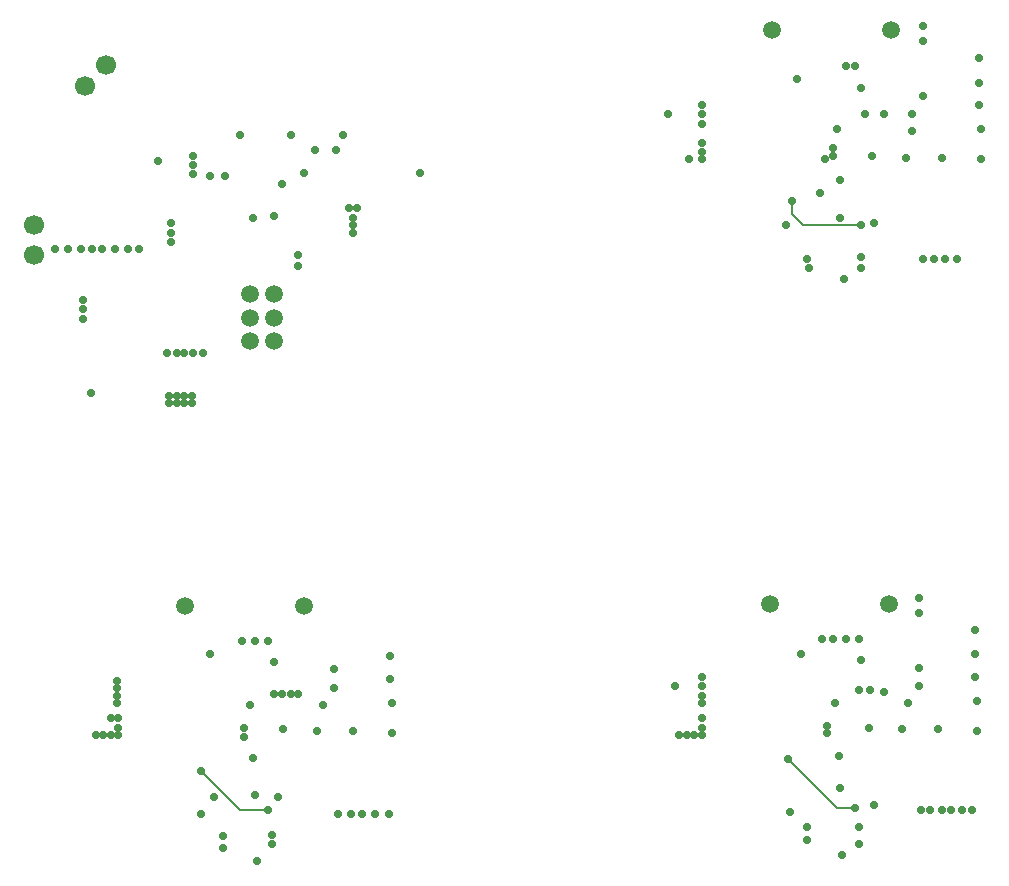
<source format=gbr>
G04 DipTrace 2.4.0.2*
%IN5V.gbr*%
%MOMM*%
%ADD15C,0.152*%
%ADD20C,0.7*%
%ADD28C,1.5*%
%ADD30C,1.7*%
%FSLAX53Y53*%
G04*
G71*
G90*
G75*
G01*
%LNInner2_Plane*%
%LPD*%
X26673Y25879D2*
D15*
X24291D1*
X20957Y29213D1*
X70969Y77478D2*
Y76367D1*
X71921Y75414D1*
X76843D1*
X76367Y26038D2*
X74779D1*
X70651Y30166D1*
D20*
X25403Y76049D3*
X27149Y76208D3*
X26673Y25879D3*
X20957Y29213D3*
X11647Y61182D3*
X21751Y39057D3*
X27149Y38422D3*
X76818Y87004D3*
X71445Y87798D3*
X70969Y77478D3*
X76843Y75414D3*
X27784Y78907D3*
X30642Y81765D3*
X32388D3*
X29213Y72874D3*
X76367Y26038D3*
X70651Y30166D3*
X71763Y39057D3*
X76843Y38580D3*
X29213Y71921D3*
X17306Y80812D3*
X29713Y79860D3*
X39533D3*
D3*
X18417Y75573D3*
Y74779D3*
Y73985D3*
X20322Y81289D3*
Y80495D3*
Y79701D3*
X24291Y83035D3*
X28578D3*
X33023D3*
X12543Y73350D3*
X21751Y79542D3*
X23021D3*
X13654Y73350D3*
X14765D3*
X15718D3*
X10955Y69063D3*
Y68270D3*
Y67476D3*
X8573Y73350D3*
X9685D3*
X10796D3*
X11749D3*
X33817Y76049D3*
Y75414D3*
Y74779D3*
X34135Y76843D3*
X33500D3*
X21116Y64618D3*
X20322D3*
X19528D3*
X18893D3*
X18099D3*
X18258Y60331D3*
X18893D3*
X19528D3*
X20163D3*
Y60966D3*
X19528D3*
X18893D3*
X18258D3*
X63348Y85575D3*
Y84781D3*
Y83988D3*
X60490Y84781D3*
X63348Y82400D3*
Y81606D3*
Y80971D3*
X62237D3*
X82082Y72556D3*
X83035D3*
X83988D3*
X84940D3*
X76367Y88909D3*
X75573D3*
X77161Y84781D3*
X78748D3*
X74779Y83511D3*
X74462Y81924D3*
Y81289D3*
X73826Y80971D3*
X75414Y70810D3*
X76843Y71763D3*
Y72715D3*
X75097Y76049D3*
X77954Y75573D3*
X76684Y23021D3*
X72239Y72556D3*
X72398Y71763D3*
X75097Y79225D3*
X73350Y78113D3*
X76684Y24450D3*
X70492Y75414D3*
X72239Y24450D3*
Y23339D3*
X70810Y25720D3*
X74938Y30483D3*
X75255Y22069D3*
X73509Y40327D3*
X74462D3*
X75573D3*
X76684D3*
X81924Y25879D3*
X82717D3*
X83670D3*
X84464D3*
X85416D3*
X86210D3*
X77954Y26355D3*
X63348Y37151D3*
X75097Y27784D3*
X63348Y36358D3*
Y35564D3*
Y34929D3*
X61125Y36358D3*
X61443Y32230D3*
X62078D3*
X62713D3*
X63348D3*
Y32865D3*
Y33659D3*
X73985Y33023D3*
Y32388D3*
X74620Y34929D3*
X76684Y36040D3*
X77637D3*
X78748Y35881D3*
X25085Y34770D3*
X27149Y35722D3*
X27784D3*
X28578D3*
X29213D3*
X26990Y23021D3*
Y23815D3*
X22862Y22704D3*
Y23656D3*
X25403Y30324D3*
X22069Y26990D3*
X20957Y25561D3*
X27467Y26990D3*
X25561Y27149D3*
X32547Y25561D3*
X33659D3*
X34611D3*
X35722D3*
X36834D3*
X24609Y32865D3*
Y32071D3*
X26673Y40168D3*
X25561D3*
X24450D3*
X25720Y21592D3*
X13813Y34929D3*
Y35564D3*
Y36199D3*
Y36834D3*
X13336Y33659D3*
X13971D3*
Y32865D3*
Y32230D3*
X13336D3*
X12701D3*
X12066D3*
X77796Y81289D3*
X80653Y81130D3*
X83670D3*
X87004Y80971D3*
Y83511D3*
X86845Y85575D3*
Y87480D3*
Y89544D3*
X81130Y83353D3*
Y84781D3*
X82082Y86369D3*
Y90973D3*
Y92243D3*
X77478Y32865D3*
X80336Y32706D3*
X83353D3*
X86687Y32547D3*
Y35087D3*
X86528Y37151D3*
Y39057D3*
Y41121D3*
X80812Y34929D3*
X81765Y36358D3*
Y37945D3*
Y42549D3*
Y43820D3*
X27943Y32706D3*
X30801Y32547D3*
X33817D3*
X37151Y32388D3*
Y34929D3*
X36993Y36993D3*
Y38898D3*
X31277Y34770D3*
X32230Y36199D3*
Y37786D3*
D28*
X79383Y91926D3*
X69283D3*
X29689Y43185D3*
X19589D3*
D30*
X11112Y87154D3*
X12909Y88950D3*
D28*
X25102Y69587D3*
Y67587D3*
Y65587D3*
X27102D3*
Y67587D3*
Y69587D3*
D30*
X6826Y72866D3*
Y75406D3*
D28*
X79225Y43343D3*
X69125D3*
M02*

</source>
